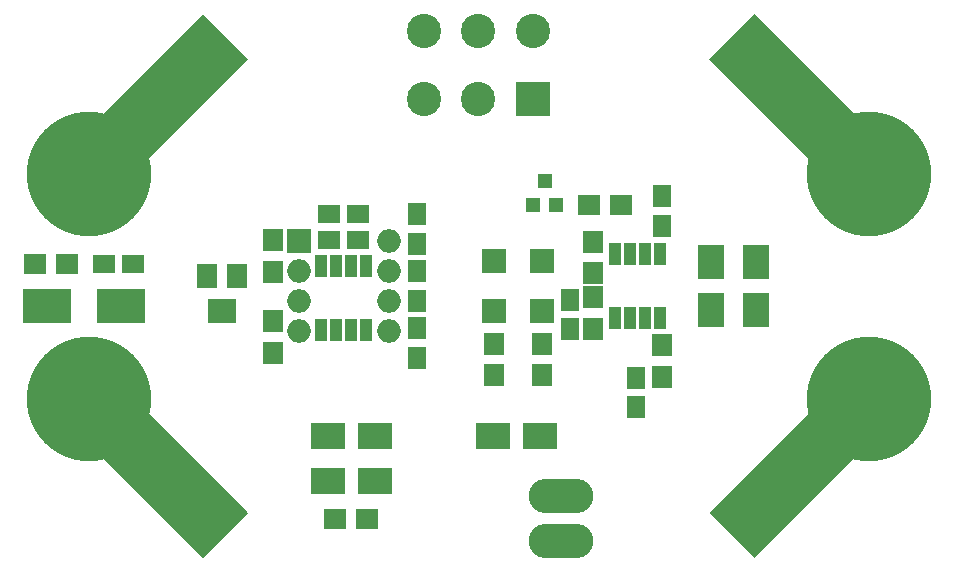
<source format=gbr>
G04 #@! TF.FileFunction,Soldermask,Bot*
%FSLAX46Y46*%
G04 Gerber Fmt 4.6, Leading zero omitted, Abs format (unit mm)*
G04 Created by KiCad (PCBNEW 4.0.5) date 12/16/17 21:51:33*
%MOMM*%
%LPD*%
G01*
G04 APERTURE LIST*
%ADD10C,0.100000*%
%ADD11C,10.560000*%
%ADD12R,1.700000X1.900000*%
%ADD13R,1.900000X1.700000*%
%ADD14R,1.900000X1.650000*%
%ADD15R,1.650000X1.900000*%
%ADD16R,4.150000X2.900000*%
%ADD17O,5.480000X2.940000*%
%ADD18R,2.200000X2.900000*%
%ADD19R,1.000000X1.950000*%
%ADD20R,1.200000X1.300000*%
%ADD21R,2.900000X2.200000*%
%ADD22R,2.000000X2.000000*%
%ADD23O,2.000000X2.000000*%
%ADD24R,1.700000X2.000000*%
%ADD25R,2.400000X2.000000*%
%ADD26R,2.900000X2.900000*%
%ADD27C,2.900000*%
%ADD28R,2.100000X2.100000*%
G04 APERTURE END LIST*
D10*
G36*
X177688357Y-70364981D02*
X173869981Y-74183357D01*
X163687643Y-64001019D01*
X167506019Y-60182643D01*
X177688357Y-70364981D01*
X177688357Y-70364981D01*
G37*
D11*
X177165000Y-92710000D03*
X177165000Y-73662000D03*
D10*
G36*
X167506019Y-106187357D02*
X163687643Y-102368981D01*
X173869981Y-92186643D01*
X177688357Y-96005019D01*
X167506019Y-106187357D01*
X167506019Y-106187357D01*
G37*
D12*
X145415000Y-88058000D03*
X145415000Y-90758000D03*
X126746000Y-79295000D03*
X126746000Y-81995000D03*
D13*
X132000000Y-102870000D03*
X134700000Y-102870000D03*
D12*
X149479000Y-88058000D03*
X149479000Y-90758000D03*
D13*
X109300000Y-81280000D03*
X106600000Y-81280000D03*
X153463000Y-76327000D03*
X156163000Y-76327000D03*
D12*
X159639000Y-88185000D03*
X159639000Y-90885000D03*
X153797000Y-86821000D03*
X153797000Y-84121000D03*
X126746000Y-86153000D03*
X126746000Y-88853000D03*
X153797000Y-82122000D03*
X153797000Y-79422000D03*
D14*
X131465000Y-77089000D03*
X133965000Y-77089000D03*
D15*
X138938000Y-84435000D03*
X138938000Y-81935000D03*
D16*
X113869000Y-84836000D03*
X107619000Y-84836000D03*
D17*
X151130000Y-100965000D03*
X151130000Y-104775000D03*
D14*
X114915000Y-81280000D03*
X112415000Y-81280000D03*
D15*
X157480000Y-90952000D03*
X157480000Y-93452000D03*
X138938000Y-86761000D03*
X138938000Y-89261000D03*
X138938000Y-79609000D03*
X138938000Y-77109000D03*
X151892000Y-86848000D03*
X151892000Y-84348000D03*
X159639000Y-78085000D03*
X159639000Y-75585000D03*
D14*
X131465000Y-79248000D03*
X133965000Y-79248000D03*
D18*
X163830000Y-81185000D03*
X163830000Y-85185000D03*
D19*
X159512000Y-85885000D03*
X158242000Y-85885000D03*
X156972000Y-85885000D03*
X155702000Y-85885000D03*
X155702000Y-80485000D03*
X156972000Y-80485000D03*
X158242000Y-80485000D03*
X159512000Y-80485000D03*
D20*
X150683000Y-76311000D03*
X148783000Y-76311000D03*
X149733000Y-74311000D03*
D21*
X149320000Y-95885000D03*
X145320000Y-95885000D03*
D22*
X128905000Y-79375000D03*
D23*
X136525000Y-86995000D03*
X128905000Y-81915000D03*
X136525000Y-84455000D03*
X128905000Y-84455000D03*
X136525000Y-81915000D03*
X128905000Y-86995000D03*
X136525000Y-79375000D03*
D19*
X130810000Y-81501000D03*
X132080000Y-81501000D03*
X133350000Y-81501000D03*
X134620000Y-81501000D03*
X134620000Y-86901000D03*
X133350000Y-86901000D03*
X132080000Y-86901000D03*
X130810000Y-86901000D03*
D24*
X121178000Y-82370000D03*
D25*
X122428000Y-85270000D03*
D24*
X123678000Y-82370000D03*
D21*
X131350000Y-99695000D03*
X135350000Y-99695000D03*
X135350000Y-95885000D03*
X131350000Y-95885000D03*
D18*
X167640000Y-81185000D03*
X167640000Y-85185000D03*
D26*
X148717000Y-67310000D03*
D27*
X144117000Y-67310000D03*
X139517000Y-67310000D03*
X148717000Y-61610000D03*
X144117000Y-61610000D03*
X139517000Y-61610000D03*
D28*
X145415000Y-85335000D03*
X145415000Y-81035000D03*
X149479000Y-85335000D03*
X149479000Y-81035000D03*
D10*
G36*
X114420019Y-74183357D02*
X110601643Y-70364981D01*
X120783981Y-60182643D01*
X124602357Y-64001019D01*
X114420019Y-74183357D01*
X114420019Y-74183357D01*
G37*
D11*
X111125000Y-92710000D03*
X111125000Y-73662000D03*
D10*
G36*
X124602357Y-102368981D02*
X120783981Y-106187357D01*
X110601643Y-96005019D01*
X114420019Y-92186643D01*
X124602357Y-102368981D01*
X124602357Y-102368981D01*
G37*
M02*

</source>
